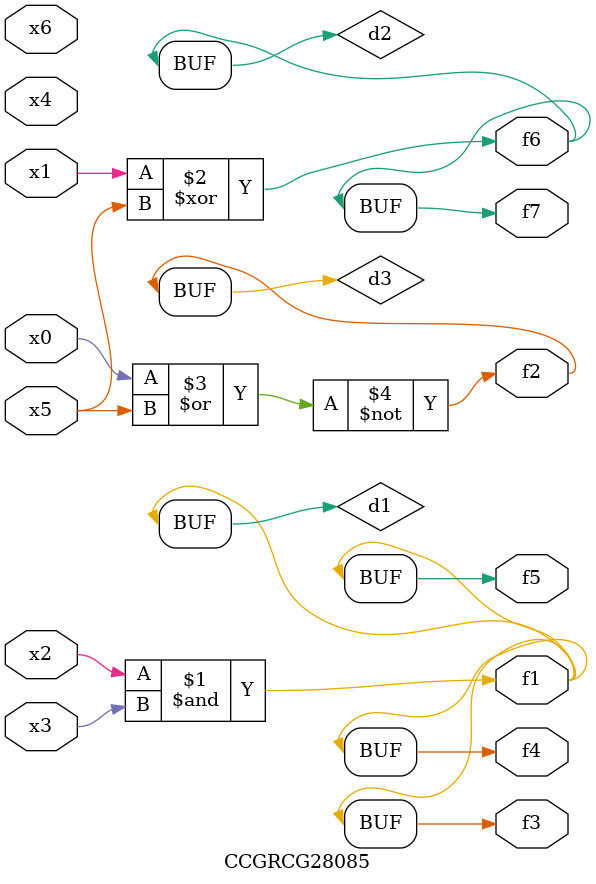
<source format=v>
module CCGRCG28085(
	input x0, x1, x2, x3, x4, x5, x6,
	output f1, f2, f3, f4, f5, f6, f7
);

	wire d1, d2, d3;

	and (d1, x2, x3);
	xor (d2, x1, x5);
	nor (d3, x0, x5);
	assign f1 = d1;
	assign f2 = d3;
	assign f3 = d1;
	assign f4 = d1;
	assign f5 = d1;
	assign f6 = d2;
	assign f7 = d2;
endmodule

</source>
